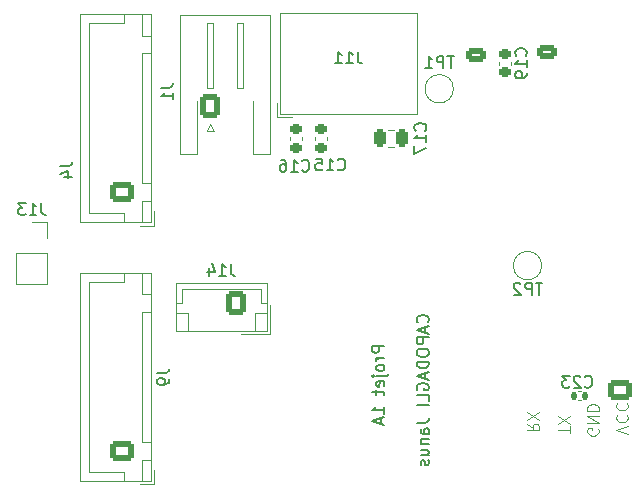
<source format=gbo>
%TF.GenerationSoftware,KiCad,Pcbnew,9.0.0*%
%TF.CreationDate,2025-04-03T16:38:41+02:00*%
%TF.ProjectId,PCB_projetV2,5043425f-7072-46f6-9a65-7456322e6b69,03/04/2025*%
%TF.SameCoordinates,Original*%
%TF.FileFunction,Legend,Bot*%
%TF.FilePolarity,Positive*%
%FSLAX46Y46*%
G04 Gerber Fmt 4.6, Leading zero omitted, Abs format (unit mm)*
G04 Created by KiCad (PCBNEW 9.0.0) date 2025-04-03 16:38:41*
%MOMM*%
%LPD*%
G01*
G04 APERTURE LIST*
G04 Aperture macros list*
%AMRoundRect*
0 Rectangle with rounded corners*
0 $1 Rounding radius*
0 $2 $3 $4 $5 $6 $7 $8 $9 X,Y pos of 4 corners*
0 Add a 4 corners polygon primitive as box body*
4,1,4,$2,$3,$4,$5,$6,$7,$8,$9,$2,$3,0*
0 Add four circle primitives for the rounded corners*
1,1,$1+$1,$2,$3*
1,1,$1+$1,$4,$5*
1,1,$1+$1,$6,$7*
1,1,$1+$1,$8,$9*
0 Add four rect primitives between the rounded corners*
20,1,$1+$1,$2,$3,$4,$5,0*
20,1,$1+$1,$4,$5,$6,$7,0*
20,1,$1+$1,$6,$7,$8,$9,0*
20,1,$1+$1,$8,$9,$2,$3,0*%
G04 Aperture macros list end*
%ADD10C,0.100000*%
%ADD11C,0.200000*%
%ADD12C,0.125000*%
%ADD13C,0.150000*%
%ADD14C,0.120000*%
%ADD15R,1.700000X1.700000*%
%ADD16O,1.700000X1.700000*%
%ADD17C,5.400000*%
%ADD18RoundRect,0.250000X0.725000X-0.600000X0.725000X0.600000X-0.725000X0.600000X-0.725000X-0.600000X0*%
%ADD19O,1.950000X1.700000*%
%ADD20RoundRect,0.250000X-0.625000X0.350000X-0.625000X-0.350000X0.625000X-0.350000X0.625000X0.350000X0*%
%ADD21O,1.750000X1.200000*%
%ADD22RoundRect,0.250000X0.350000X0.625000X-0.350000X0.625000X-0.350000X-0.625000X0.350000X-0.625000X0*%
%ADD23O,1.200000X1.750000*%
%ADD24RoundRect,0.225000X-0.250000X0.225000X-0.250000X-0.225000X0.250000X-0.225000X0.250000X0.225000X0*%
%ADD25RoundRect,0.140000X0.140000X0.170000X-0.140000X0.170000X-0.140000X-0.170000X0.140000X-0.170000X0*%
%ADD26RoundRect,0.250000X-0.250000X-0.475000X0.250000X-0.475000X0.250000X0.475000X-0.250000X0.475000X0*%
%ADD27RoundRect,0.250000X0.600000X0.750000X-0.600000X0.750000X-0.600000X-0.750000X0.600000X-0.750000X0*%
%ADD28O,1.700000X2.000000*%
%ADD29C,2.000000*%
%ADD30RoundRect,0.250000X-0.600000X-0.750000X0.600000X-0.750000X0.600000X0.750000X-0.600000X0.750000X0*%
%ADD31RoundRect,0.225000X0.250000X-0.225000X0.250000X0.225000X-0.250000X0.225000X-0.250000X-0.225000X0*%
%ADD32R,1.700000X2.500000*%
%ADD33O,1.700000X2.500000*%
G04 APERTURE END LIST*
D10*
X175767580Y-110288972D02*
X174767580Y-109955639D01*
X174767580Y-109955639D02*
X175767580Y-109622306D01*
X174862819Y-108717544D02*
X174815200Y-108765163D01*
X174815200Y-108765163D02*
X174767580Y-108908020D01*
X174767580Y-108908020D02*
X174767580Y-109003258D01*
X174767580Y-109003258D02*
X174815200Y-109146115D01*
X174815200Y-109146115D02*
X174910438Y-109241353D01*
X174910438Y-109241353D02*
X175005676Y-109288972D01*
X175005676Y-109288972D02*
X175196152Y-109336591D01*
X175196152Y-109336591D02*
X175339009Y-109336591D01*
X175339009Y-109336591D02*
X175529485Y-109288972D01*
X175529485Y-109288972D02*
X175624723Y-109241353D01*
X175624723Y-109241353D02*
X175719961Y-109146115D01*
X175719961Y-109146115D02*
X175767580Y-109003258D01*
X175767580Y-109003258D02*
X175767580Y-108908020D01*
X175767580Y-108908020D02*
X175719961Y-108765163D01*
X175719961Y-108765163D02*
X175672342Y-108717544D01*
X174862819Y-107717544D02*
X174815200Y-107765163D01*
X174815200Y-107765163D02*
X174767580Y-107908020D01*
X174767580Y-107908020D02*
X174767580Y-108003258D01*
X174767580Y-108003258D02*
X174815200Y-108146115D01*
X174815200Y-108146115D02*
X174910438Y-108241353D01*
X174910438Y-108241353D02*
X175005676Y-108288972D01*
X175005676Y-108288972D02*
X175196152Y-108336591D01*
X175196152Y-108336591D02*
X175339009Y-108336591D01*
X175339009Y-108336591D02*
X175529485Y-108288972D01*
X175529485Y-108288972D02*
X175624723Y-108241353D01*
X175624723Y-108241353D02*
X175719961Y-108146115D01*
X175719961Y-108146115D02*
X175767580Y-108003258D01*
X175767580Y-108003258D02*
X175767580Y-107908020D01*
X175767580Y-107908020D02*
X175719961Y-107765163D01*
X175719961Y-107765163D02*
X175672342Y-107717544D01*
D11*
X155147219Y-102889673D02*
X154147219Y-102889673D01*
X154147219Y-102889673D02*
X154147219Y-103270625D01*
X154147219Y-103270625D02*
X154194838Y-103365863D01*
X154194838Y-103365863D02*
X154242457Y-103413482D01*
X154242457Y-103413482D02*
X154337695Y-103461101D01*
X154337695Y-103461101D02*
X154480552Y-103461101D01*
X154480552Y-103461101D02*
X154575790Y-103413482D01*
X154575790Y-103413482D02*
X154623409Y-103365863D01*
X154623409Y-103365863D02*
X154671028Y-103270625D01*
X154671028Y-103270625D02*
X154671028Y-102889673D01*
X155147219Y-103889673D02*
X154480552Y-103889673D01*
X154671028Y-103889673D02*
X154575790Y-103937292D01*
X154575790Y-103937292D02*
X154528171Y-103984911D01*
X154528171Y-103984911D02*
X154480552Y-104080149D01*
X154480552Y-104080149D02*
X154480552Y-104175387D01*
X155147219Y-104651578D02*
X155099600Y-104556340D01*
X155099600Y-104556340D02*
X155051980Y-104508721D01*
X155051980Y-104508721D02*
X154956742Y-104461102D01*
X154956742Y-104461102D02*
X154671028Y-104461102D01*
X154671028Y-104461102D02*
X154575790Y-104508721D01*
X154575790Y-104508721D02*
X154528171Y-104556340D01*
X154528171Y-104556340D02*
X154480552Y-104651578D01*
X154480552Y-104651578D02*
X154480552Y-104794435D01*
X154480552Y-104794435D02*
X154528171Y-104889673D01*
X154528171Y-104889673D02*
X154575790Y-104937292D01*
X154575790Y-104937292D02*
X154671028Y-104984911D01*
X154671028Y-104984911D02*
X154956742Y-104984911D01*
X154956742Y-104984911D02*
X155051980Y-104937292D01*
X155051980Y-104937292D02*
X155099600Y-104889673D01*
X155099600Y-104889673D02*
X155147219Y-104794435D01*
X155147219Y-104794435D02*
X155147219Y-104651578D01*
X154480552Y-105413483D02*
X155337695Y-105413483D01*
X155337695Y-105413483D02*
X155432933Y-105365864D01*
X155432933Y-105365864D02*
X155480552Y-105270626D01*
X155480552Y-105270626D02*
X155480552Y-105223007D01*
X154147219Y-105413483D02*
X154194838Y-105365864D01*
X154194838Y-105365864D02*
X154242457Y-105413483D01*
X154242457Y-105413483D02*
X154194838Y-105461102D01*
X154194838Y-105461102D02*
X154147219Y-105413483D01*
X154147219Y-105413483D02*
X154242457Y-105413483D01*
X155099600Y-106270625D02*
X155147219Y-106175387D01*
X155147219Y-106175387D02*
X155147219Y-105984911D01*
X155147219Y-105984911D02*
X155099600Y-105889673D01*
X155099600Y-105889673D02*
X155004361Y-105842054D01*
X155004361Y-105842054D02*
X154623409Y-105842054D01*
X154623409Y-105842054D02*
X154528171Y-105889673D01*
X154528171Y-105889673D02*
X154480552Y-105984911D01*
X154480552Y-105984911D02*
X154480552Y-106175387D01*
X154480552Y-106175387D02*
X154528171Y-106270625D01*
X154528171Y-106270625D02*
X154623409Y-106318244D01*
X154623409Y-106318244D02*
X154718647Y-106318244D01*
X154718647Y-106318244D02*
X154813885Y-105842054D01*
X154480552Y-106603959D02*
X154480552Y-106984911D01*
X154147219Y-106746816D02*
X155004361Y-106746816D01*
X155004361Y-106746816D02*
X155099600Y-106794435D01*
X155099600Y-106794435D02*
X155147219Y-106889673D01*
X155147219Y-106889673D02*
X155147219Y-106984911D01*
X155147219Y-108603959D02*
X155147219Y-108032531D01*
X155147219Y-108318245D02*
X154147219Y-108318245D01*
X154147219Y-108318245D02*
X154290076Y-108223007D01*
X154290076Y-108223007D02*
X154385314Y-108127769D01*
X154385314Y-108127769D02*
X154432933Y-108032531D01*
X154861504Y-108984912D02*
X154861504Y-109461102D01*
X155147219Y-108889674D02*
X154147219Y-109223007D01*
X154147219Y-109223007D02*
X155147219Y-109556340D01*
X158811980Y-100871101D02*
X158859600Y-100823482D01*
X158859600Y-100823482D02*
X158907219Y-100680625D01*
X158907219Y-100680625D02*
X158907219Y-100585387D01*
X158907219Y-100585387D02*
X158859600Y-100442530D01*
X158859600Y-100442530D02*
X158764361Y-100347292D01*
X158764361Y-100347292D02*
X158669123Y-100299673D01*
X158669123Y-100299673D02*
X158478647Y-100252054D01*
X158478647Y-100252054D02*
X158335790Y-100252054D01*
X158335790Y-100252054D02*
X158145314Y-100299673D01*
X158145314Y-100299673D02*
X158050076Y-100347292D01*
X158050076Y-100347292D02*
X157954838Y-100442530D01*
X157954838Y-100442530D02*
X157907219Y-100585387D01*
X157907219Y-100585387D02*
X157907219Y-100680625D01*
X157907219Y-100680625D02*
X157954838Y-100823482D01*
X157954838Y-100823482D02*
X158002457Y-100871101D01*
X158621504Y-101252054D02*
X158621504Y-101728244D01*
X158907219Y-101156816D02*
X157907219Y-101490149D01*
X157907219Y-101490149D02*
X158907219Y-101823482D01*
X158907219Y-102156816D02*
X157907219Y-102156816D01*
X157907219Y-102156816D02*
X157907219Y-102537768D01*
X157907219Y-102537768D02*
X157954838Y-102633006D01*
X157954838Y-102633006D02*
X158002457Y-102680625D01*
X158002457Y-102680625D02*
X158097695Y-102728244D01*
X158097695Y-102728244D02*
X158240552Y-102728244D01*
X158240552Y-102728244D02*
X158335790Y-102680625D01*
X158335790Y-102680625D02*
X158383409Y-102633006D01*
X158383409Y-102633006D02*
X158431028Y-102537768D01*
X158431028Y-102537768D02*
X158431028Y-102156816D01*
X157907219Y-103347292D02*
X157907219Y-103537768D01*
X157907219Y-103537768D02*
X157954838Y-103633006D01*
X157954838Y-103633006D02*
X158050076Y-103728244D01*
X158050076Y-103728244D02*
X158240552Y-103775863D01*
X158240552Y-103775863D02*
X158573885Y-103775863D01*
X158573885Y-103775863D02*
X158764361Y-103728244D01*
X158764361Y-103728244D02*
X158859600Y-103633006D01*
X158859600Y-103633006D02*
X158907219Y-103537768D01*
X158907219Y-103537768D02*
X158907219Y-103347292D01*
X158907219Y-103347292D02*
X158859600Y-103252054D01*
X158859600Y-103252054D02*
X158764361Y-103156816D01*
X158764361Y-103156816D02*
X158573885Y-103109197D01*
X158573885Y-103109197D02*
X158240552Y-103109197D01*
X158240552Y-103109197D02*
X158050076Y-103156816D01*
X158050076Y-103156816D02*
X157954838Y-103252054D01*
X157954838Y-103252054D02*
X157907219Y-103347292D01*
X158907219Y-104204435D02*
X157907219Y-104204435D01*
X157907219Y-104204435D02*
X157907219Y-104442530D01*
X157907219Y-104442530D02*
X157954838Y-104585387D01*
X157954838Y-104585387D02*
X158050076Y-104680625D01*
X158050076Y-104680625D02*
X158145314Y-104728244D01*
X158145314Y-104728244D02*
X158335790Y-104775863D01*
X158335790Y-104775863D02*
X158478647Y-104775863D01*
X158478647Y-104775863D02*
X158669123Y-104728244D01*
X158669123Y-104728244D02*
X158764361Y-104680625D01*
X158764361Y-104680625D02*
X158859600Y-104585387D01*
X158859600Y-104585387D02*
X158907219Y-104442530D01*
X158907219Y-104442530D02*
X158907219Y-104204435D01*
X158621504Y-105156816D02*
X158621504Y-105633006D01*
X158907219Y-105061578D02*
X157907219Y-105394911D01*
X157907219Y-105394911D02*
X158907219Y-105728244D01*
X157954838Y-106585387D02*
X157907219Y-106490149D01*
X157907219Y-106490149D02*
X157907219Y-106347292D01*
X157907219Y-106347292D02*
X157954838Y-106204435D01*
X157954838Y-106204435D02*
X158050076Y-106109197D01*
X158050076Y-106109197D02*
X158145314Y-106061578D01*
X158145314Y-106061578D02*
X158335790Y-106013959D01*
X158335790Y-106013959D02*
X158478647Y-106013959D01*
X158478647Y-106013959D02*
X158669123Y-106061578D01*
X158669123Y-106061578D02*
X158764361Y-106109197D01*
X158764361Y-106109197D02*
X158859600Y-106204435D01*
X158859600Y-106204435D02*
X158907219Y-106347292D01*
X158907219Y-106347292D02*
X158907219Y-106442530D01*
X158907219Y-106442530D02*
X158859600Y-106585387D01*
X158859600Y-106585387D02*
X158811980Y-106633006D01*
X158811980Y-106633006D02*
X158478647Y-106633006D01*
X158478647Y-106633006D02*
X158478647Y-106442530D01*
X158907219Y-107537768D02*
X158907219Y-107061578D01*
X158907219Y-107061578D02*
X157907219Y-107061578D01*
X158907219Y-107871102D02*
X157907219Y-107871102D01*
X157907219Y-109394911D02*
X158621504Y-109394911D01*
X158621504Y-109394911D02*
X158764361Y-109347292D01*
X158764361Y-109347292D02*
X158859600Y-109252054D01*
X158859600Y-109252054D02*
X158907219Y-109109197D01*
X158907219Y-109109197D02*
X158907219Y-109013959D01*
X158907219Y-110299673D02*
X158383409Y-110299673D01*
X158383409Y-110299673D02*
X158288171Y-110252054D01*
X158288171Y-110252054D02*
X158240552Y-110156816D01*
X158240552Y-110156816D02*
X158240552Y-109966340D01*
X158240552Y-109966340D02*
X158288171Y-109871102D01*
X158859600Y-110299673D02*
X158907219Y-110204435D01*
X158907219Y-110204435D02*
X158907219Y-109966340D01*
X158907219Y-109966340D02*
X158859600Y-109871102D01*
X158859600Y-109871102D02*
X158764361Y-109823483D01*
X158764361Y-109823483D02*
X158669123Y-109823483D01*
X158669123Y-109823483D02*
X158573885Y-109871102D01*
X158573885Y-109871102D02*
X158526266Y-109966340D01*
X158526266Y-109966340D02*
X158526266Y-110204435D01*
X158526266Y-110204435D02*
X158478647Y-110299673D01*
X158240552Y-110775864D02*
X158907219Y-110775864D01*
X158335790Y-110775864D02*
X158288171Y-110823483D01*
X158288171Y-110823483D02*
X158240552Y-110918721D01*
X158240552Y-110918721D02*
X158240552Y-111061578D01*
X158240552Y-111061578D02*
X158288171Y-111156816D01*
X158288171Y-111156816D02*
X158383409Y-111204435D01*
X158383409Y-111204435D02*
X158907219Y-111204435D01*
X158240552Y-112109197D02*
X158907219Y-112109197D01*
X158240552Y-111680626D02*
X158764361Y-111680626D01*
X158764361Y-111680626D02*
X158859600Y-111728245D01*
X158859600Y-111728245D02*
X158907219Y-111823483D01*
X158907219Y-111823483D02*
X158907219Y-111966340D01*
X158907219Y-111966340D02*
X158859600Y-112061578D01*
X158859600Y-112061578D02*
X158811980Y-112109197D01*
X158859600Y-112537769D02*
X158907219Y-112633007D01*
X158907219Y-112633007D02*
X158907219Y-112823483D01*
X158907219Y-112823483D02*
X158859600Y-112918721D01*
X158859600Y-112918721D02*
X158764361Y-112966340D01*
X158764361Y-112966340D02*
X158716742Y-112966340D01*
X158716742Y-112966340D02*
X158621504Y-112918721D01*
X158621504Y-112918721D02*
X158573885Y-112823483D01*
X158573885Y-112823483D02*
X158573885Y-112680626D01*
X158573885Y-112680626D02*
X158526266Y-112585388D01*
X158526266Y-112585388D02*
X158431028Y-112537769D01*
X158431028Y-112537769D02*
X158383409Y-112537769D01*
X158383409Y-112537769D02*
X158288171Y-112585388D01*
X158288171Y-112585388D02*
X158240552Y-112680626D01*
X158240552Y-112680626D02*
X158240552Y-112823483D01*
X158240552Y-112823483D02*
X158288171Y-112918721D01*
D10*
X167247580Y-109454687D02*
X167723771Y-109788020D01*
X167247580Y-110026115D02*
X168247580Y-110026115D01*
X168247580Y-110026115D02*
X168247580Y-109645163D01*
X168247580Y-109645163D02*
X168199961Y-109549925D01*
X168199961Y-109549925D02*
X168152342Y-109502306D01*
X168152342Y-109502306D02*
X168057104Y-109454687D01*
X168057104Y-109454687D02*
X167914247Y-109454687D01*
X167914247Y-109454687D02*
X167819009Y-109502306D01*
X167819009Y-109502306D02*
X167771390Y-109549925D01*
X167771390Y-109549925D02*
X167723771Y-109645163D01*
X167723771Y-109645163D02*
X167723771Y-110026115D01*
X168247580Y-109121353D02*
X167247580Y-108454687D01*
X168247580Y-108454687D02*
X167247580Y-109121353D01*
D12*
X173281261Y-109885859D02*
X173328880Y-109981097D01*
X173328880Y-109981097D02*
X173328880Y-110123954D01*
X173328880Y-110123954D02*
X173281261Y-110266811D01*
X173281261Y-110266811D02*
X173186023Y-110362049D01*
X173186023Y-110362049D02*
X173090785Y-110409668D01*
X173090785Y-110409668D02*
X172900309Y-110457287D01*
X172900309Y-110457287D02*
X172757452Y-110457287D01*
X172757452Y-110457287D02*
X172566976Y-110409668D01*
X172566976Y-110409668D02*
X172471738Y-110362049D01*
X172471738Y-110362049D02*
X172376500Y-110266811D01*
X172376500Y-110266811D02*
X172328880Y-110123954D01*
X172328880Y-110123954D02*
X172328880Y-110028716D01*
X172328880Y-110028716D02*
X172376500Y-109885859D01*
X172376500Y-109885859D02*
X172424119Y-109838240D01*
X172424119Y-109838240D02*
X172757452Y-109838240D01*
X172757452Y-109838240D02*
X172757452Y-110028716D01*
X172328880Y-109409668D02*
X173328880Y-109409668D01*
X173328880Y-109409668D02*
X172328880Y-108838240D01*
X172328880Y-108838240D02*
X173328880Y-108838240D01*
X172328880Y-108362049D02*
X173328880Y-108362049D01*
X173328880Y-108362049D02*
X173328880Y-108123954D01*
X173328880Y-108123954D02*
X173281261Y-107981097D01*
X173281261Y-107981097D02*
X173186023Y-107885859D01*
X173186023Y-107885859D02*
X173090785Y-107838240D01*
X173090785Y-107838240D02*
X172900309Y-107790621D01*
X172900309Y-107790621D02*
X172757452Y-107790621D01*
X172757452Y-107790621D02*
X172566976Y-107838240D01*
X172566976Y-107838240D02*
X172471738Y-107885859D01*
X172471738Y-107885859D02*
X172376500Y-107981097D01*
X172376500Y-107981097D02*
X172328880Y-108123954D01*
X172328880Y-108123954D02*
X172328880Y-108362049D01*
D10*
X170857580Y-110248972D02*
X170857580Y-109677544D01*
X169857580Y-109963258D02*
X170857580Y-109963258D01*
X170857580Y-109439448D02*
X169857580Y-108772782D01*
X170857580Y-108772782D02*
X169857580Y-109439448D01*
D13*
X151217857Y-87909580D02*
X151265476Y-87957200D01*
X151265476Y-87957200D02*
X151408333Y-88004819D01*
X151408333Y-88004819D02*
X151503571Y-88004819D01*
X151503571Y-88004819D02*
X151646428Y-87957200D01*
X151646428Y-87957200D02*
X151741666Y-87861961D01*
X151741666Y-87861961D02*
X151789285Y-87766723D01*
X151789285Y-87766723D02*
X151836904Y-87576247D01*
X151836904Y-87576247D02*
X151836904Y-87433390D01*
X151836904Y-87433390D02*
X151789285Y-87242914D01*
X151789285Y-87242914D02*
X151741666Y-87147676D01*
X151741666Y-87147676D02*
X151646428Y-87052438D01*
X151646428Y-87052438D02*
X151503571Y-87004819D01*
X151503571Y-87004819D02*
X151408333Y-87004819D01*
X151408333Y-87004819D02*
X151265476Y-87052438D01*
X151265476Y-87052438D02*
X151217857Y-87100057D01*
X150265476Y-88004819D02*
X150836904Y-88004819D01*
X150551190Y-88004819D02*
X150551190Y-87004819D01*
X150551190Y-87004819D02*
X150646428Y-87147676D01*
X150646428Y-87147676D02*
X150741666Y-87242914D01*
X150741666Y-87242914D02*
X150836904Y-87290533D01*
X149360714Y-87004819D02*
X149836904Y-87004819D01*
X149836904Y-87004819D02*
X149884523Y-87481009D01*
X149884523Y-87481009D02*
X149836904Y-87433390D01*
X149836904Y-87433390D02*
X149741666Y-87385771D01*
X149741666Y-87385771D02*
X149503571Y-87385771D01*
X149503571Y-87385771D02*
X149408333Y-87433390D01*
X149408333Y-87433390D02*
X149360714Y-87481009D01*
X149360714Y-87481009D02*
X149313095Y-87576247D01*
X149313095Y-87576247D02*
X149313095Y-87814342D01*
X149313095Y-87814342D02*
X149360714Y-87909580D01*
X149360714Y-87909580D02*
X149408333Y-87957200D01*
X149408333Y-87957200D02*
X149503571Y-88004819D01*
X149503571Y-88004819D02*
X149741666Y-88004819D01*
X149741666Y-88004819D02*
X149836904Y-87957200D01*
X149836904Y-87957200D02*
X149884523Y-87909580D01*
X172122857Y-106299580D02*
X172170476Y-106347200D01*
X172170476Y-106347200D02*
X172313333Y-106394819D01*
X172313333Y-106394819D02*
X172408571Y-106394819D01*
X172408571Y-106394819D02*
X172551428Y-106347200D01*
X172551428Y-106347200D02*
X172646666Y-106251961D01*
X172646666Y-106251961D02*
X172694285Y-106156723D01*
X172694285Y-106156723D02*
X172741904Y-105966247D01*
X172741904Y-105966247D02*
X172741904Y-105823390D01*
X172741904Y-105823390D02*
X172694285Y-105632914D01*
X172694285Y-105632914D02*
X172646666Y-105537676D01*
X172646666Y-105537676D02*
X172551428Y-105442438D01*
X172551428Y-105442438D02*
X172408571Y-105394819D01*
X172408571Y-105394819D02*
X172313333Y-105394819D01*
X172313333Y-105394819D02*
X172170476Y-105442438D01*
X172170476Y-105442438D02*
X172122857Y-105490057D01*
X171741904Y-105490057D02*
X171694285Y-105442438D01*
X171694285Y-105442438D02*
X171599047Y-105394819D01*
X171599047Y-105394819D02*
X171360952Y-105394819D01*
X171360952Y-105394819D02*
X171265714Y-105442438D01*
X171265714Y-105442438D02*
X171218095Y-105490057D01*
X171218095Y-105490057D02*
X171170476Y-105585295D01*
X171170476Y-105585295D02*
X171170476Y-105680533D01*
X171170476Y-105680533D02*
X171218095Y-105823390D01*
X171218095Y-105823390D02*
X171789523Y-106394819D01*
X171789523Y-106394819D02*
X171170476Y-106394819D01*
X170837142Y-105394819D02*
X170218095Y-105394819D01*
X170218095Y-105394819D02*
X170551428Y-105775771D01*
X170551428Y-105775771D02*
X170408571Y-105775771D01*
X170408571Y-105775771D02*
X170313333Y-105823390D01*
X170313333Y-105823390D02*
X170265714Y-105871009D01*
X170265714Y-105871009D02*
X170218095Y-105966247D01*
X170218095Y-105966247D02*
X170218095Y-106204342D01*
X170218095Y-106204342D02*
X170265714Y-106299580D01*
X170265714Y-106299580D02*
X170313333Y-106347200D01*
X170313333Y-106347200D02*
X170408571Y-106394819D01*
X170408571Y-106394819D02*
X170694285Y-106394819D01*
X170694285Y-106394819D02*
X170789523Y-106347200D01*
X170789523Y-106347200D02*
X170837142Y-106299580D01*
X148192857Y-88009580D02*
X148240476Y-88057200D01*
X148240476Y-88057200D02*
X148383333Y-88104819D01*
X148383333Y-88104819D02*
X148478571Y-88104819D01*
X148478571Y-88104819D02*
X148621428Y-88057200D01*
X148621428Y-88057200D02*
X148716666Y-87961961D01*
X148716666Y-87961961D02*
X148764285Y-87866723D01*
X148764285Y-87866723D02*
X148811904Y-87676247D01*
X148811904Y-87676247D02*
X148811904Y-87533390D01*
X148811904Y-87533390D02*
X148764285Y-87342914D01*
X148764285Y-87342914D02*
X148716666Y-87247676D01*
X148716666Y-87247676D02*
X148621428Y-87152438D01*
X148621428Y-87152438D02*
X148478571Y-87104819D01*
X148478571Y-87104819D02*
X148383333Y-87104819D01*
X148383333Y-87104819D02*
X148240476Y-87152438D01*
X148240476Y-87152438D02*
X148192857Y-87200057D01*
X147240476Y-88104819D02*
X147811904Y-88104819D01*
X147526190Y-88104819D02*
X147526190Y-87104819D01*
X147526190Y-87104819D02*
X147621428Y-87247676D01*
X147621428Y-87247676D02*
X147716666Y-87342914D01*
X147716666Y-87342914D02*
X147811904Y-87390533D01*
X146383333Y-87104819D02*
X146573809Y-87104819D01*
X146573809Y-87104819D02*
X146669047Y-87152438D01*
X146669047Y-87152438D02*
X146716666Y-87200057D01*
X146716666Y-87200057D02*
X146811904Y-87342914D01*
X146811904Y-87342914D02*
X146859523Y-87533390D01*
X146859523Y-87533390D02*
X146859523Y-87914342D01*
X146859523Y-87914342D02*
X146811904Y-88009580D01*
X146811904Y-88009580D02*
X146764285Y-88057200D01*
X146764285Y-88057200D02*
X146669047Y-88104819D01*
X146669047Y-88104819D02*
X146478571Y-88104819D01*
X146478571Y-88104819D02*
X146383333Y-88057200D01*
X146383333Y-88057200D02*
X146335714Y-88009580D01*
X146335714Y-88009580D02*
X146288095Y-87914342D01*
X146288095Y-87914342D02*
X146288095Y-87676247D01*
X146288095Y-87676247D02*
X146335714Y-87581009D01*
X146335714Y-87581009D02*
X146383333Y-87533390D01*
X146383333Y-87533390D02*
X146478571Y-87485771D01*
X146478571Y-87485771D02*
X146669047Y-87485771D01*
X146669047Y-87485771D02*
X146764285Y-87533390D01*
X146764285Y-87533390D02*
X146811904Y-87581009D01*
X146811904Y-87581009D02*
X146859523Y-87676247D01*
X127729819Y-87641666D02*
X128444104Y-87641666D01*
X128444104Y-87641666D02*
X128586961Y-87594047D01*
X128586961Y-87594047D02*
X128682200Y-87498809D01*
X128682200Y-87498809D02*
X128729819Y-87355952D01*
X128729819Y-87355952D02*
X128729819Y-87260714D01*
X128063152Y-88546428D02*
X128729819Y-88546428D01*
X127682200Y-88308333D02*
X128396485Y-88070238D01*
X128396485Y-88070238D02*
X128396485Y-88689285D01*
X158609580Y-84632142D02*
X158657200Y-84584523D01*
X158657200Y-84584523D02*
X158704819Y-84441666D01*
X158704819Y-84441666D02*
X158704819Y-84346428D01*
X158704819Y-84346428D02*
X158657200Y-84203571D01*
X158657200Y-84203571D02*
X158561961Y-84108333D01*
X158561961Y-84108333D02*
X158466723Y-84060714D01*
X158466723Y-84060714D02*
X158276247Y-84013095D01*
X158276247Y-84013095D02*
X158133390Y-84013095D01*
X158133390Y-84013095D02*
X157942914Y-84060714D01*
X157942914Y-84060714D02*
X157847676Y-84108333D01*
X157847676Y-84108333D02*
X157752438Y-84203571D01*
X157752438Y-84203571D02*
X157704819Y-84346428D01*
X157704819Y-84346428D02*
X157704819Y-84441666D01*
X157704819Y-84441666D02*
X157752438Y-84584523D01*
X157752438Y-84584523D02*
X157800057Y-84632142D01*
X158704819Y-85584523D02*
X158704819Y-85013095D01*
X158704819Y-85298809D02*
X157704819Y-85298809D01*
X157704819Y-85298809D02*
X157847676Y-85203571D01*
X157847676Y-85203571D02*
X157942914Y-85108333D01*
X157942914Y-85108333D02*
X157990533Y-85013095D01*
X157704819Y-85917857D02*
X157704819Y-86584523D01*
X157704819Y-86584523D02*
X158704819Y-86155952D01*
X126109523Y-90779819D02*
X126109523Y-91494104D01*
X126109523Y-91494104D02*
X126157142Y-91636961D01*
X126157142Y-91636961D02*
X126252380Y-91732200D01*
X126252380Y-91732200D02*
X126395237Y-91779819D01*
X126395237Y-91779819D02*
X126490475Y-91779819D01*
X125109523Y-91779819D02*
X125680951Y-91779819D01*
X125395237Y-91779819D02*
X125395237Y-90779819D01*
X125395237Y-90779819D02*
X125490475Y-90922676D01*
X125490475Y-90922676D02*
X125585713Y-91017914D01*
X125585713Y-91017914D02*
X125680951Y-91065533D01*
X124776189Y-90779819D02*
X124157142Y-90779819D01*
X124157142Y-90779819D02*
X124490475Y-91160771D01*
X124490475Y-91160771D02*
X124347618Y-91160771D01*
X124347618Y-91160771D02*
X124252380Y-91208390D01*
X124252380Y-91208390D02*
X124204761Y-91256009D01*
X124204761Y-91256009D02*
X124157142Y-91351247D01*
X124157142Y-91351247D02*
X124157142Y-91589342D01*
X124157142Y-91589342D02*
X124204761Y-91684580D01*
X124204761Y-91684580D02*
X124252380Y-91732200D01*
X124252380Y-91732200D02*
X124347618Y-91779819D01*
X124347618Y-91779819D02*
X124633332Y-91779819D01*
X124633332Y-91779819D02*
X124728570Y-91732200D01*
X124728570Y-91732200D02*
X124776189Y-91684580D01*
X142159523Y-95929819D02*
X142159523Y-96644104D01*
X142159523Y-96644104D02*
X142207142Y-96786961D01*
X142207142Y-96786961D02*
X142302380Y-96882200D01*
X142302380Y-96882200D02*
X142445237Y-96929819D01*
X142445237Y-96929819D02*
X142540475Y-96929819D01*
X141159523Y-96929819D02*
X141730951Y-96929819D01*
X141445237Y-96929819D02*
X141445237Y-95929819D01*
X141445237Y-95929819D02*
X141540475Y-96072676D01*
X141540475Y-96072676D02*
X141635713Y-96167914D01*
X141635713Y-96167914D02*
X141730951Y-96215533D01*
X140302380Y-96263152D02*
X140302380Y-96929819D01*
X140540475Y-95882200D02*
X140778570Y-96596485D01*
X140778570Y-96596485D02*
X140159523Y-96596485D01*
X168536904Y-97527819D02*
X167965476Y-97527819D01*
X168251190Y-98527819D02*
X168251190Y-97527819D01*
X167632142Y-98527819D02*
X167632142Y-97527819D01*
X167632142Y-97527819D02*
X167251190Y-97527819D01*
X167251190Y-97527819D02*
X167155952Y-97575438D01*
X167155952Y-97575438D02*
X167108333Y-97623057D01*
X167108333Y-97623057D02*
X167060714Y-97718295D01*
X167060714Y-97718295D02*
X167060714Y-97861152D01*
X167060714Y-97861152D02*
X167108333Y-97956390D01*
X167108333Y-97956390D02*
X167155952Y-98004009D01*
X167155952Y-98004009D02*
X167251190Y-98051628D01*
X167251190Y-98051628D02*
X167632142Y-98051628D01*
X166679761Y-97623057D02*
X166632142Y-97575438D01*
X166632142Y-97575438D02*
X166536904Y-97527819D01*
X166536904Y-97527819D02*
X166298809Y-97527819D01*
X166298809Y-97527819D02*
X166203571Y-97575438D01*
X166203571Y-97575438D02*
X166155952Y-97623057D01*
X166155952Y-97623057D02*
X166108333Y-97718295D01*
X166108333Y-97718295D02*
X166108333Y-97813533D01*
X166108333Y-97813533D02*
X166155952Y-97956390D01*
X166155952Y-97956390D02*
X166727380Y-98527819D01*
X166727380Y-98527819D02*
X166108333Y-98527819D01*
X135929819Y-105166666D02*
X136644104Y-105166666D01*
X136644104Y-105166666D02*
X136786961Y-105119047D01*
X136786961Y-105119047D02*
X136882200Y-105023809D01*
X136882200Y-105023809D02*
X136929819Y-104880952D01*
X136929819Y-104880952D02*
X136929819Y-104785714D01*
X136929819Y-105690476D02*
X136929819Y-105880952D01*
X136929819Y-105880952D02*
X136882200Y-105976190D01*
X136882200Y-105976190D02*
X136834580Y-106023809D01*
X136834580Y-106023809D02*
X136691723Y-106119047D01*
X136691723Y-106119047D02*
X136501247Y-106166666D01*
X136501247Y-106166666D02*
X136120295Y-106166666D01*
X136120295Y-106166666D02*
X136025057Y-106119047D01*
X136025057Y-106119047D02*
X135977438Y-106071428D01*
X135977438Y-106071428D02*
X135929819Y-105976190D01*
X135929819Y-105976190D02*
X135929819Y-105785714D01*
X135929819Y-105785714D02*
X135977438Y-105690476D01*
X135977438Y-105690476D02*
X136025057Y-105642857D01*
X136025057Y-105642857D02*
X136120295Y-105595238D01*
X136120295Y-105595238D02*
X136358390Y-105595238D01*
X136358390Y-105595238D02*
X136453628Y-105642857D01*
X136453628Y-105642857D02*
X136501247Y-105690476D01*
X136501247Y-105690476D02*
X136548866Y-105785714D01*
X136548866Y-105785714D02*
X136548866Y-105976190D01*
X136548866Y-105976190D02*
X136501247Y-106071428D01*
X136501247Y-106071428D02*
X136453628Y-106119047D01*
X136453628Y-106119047D02*
X136358390Y-106166666D01*
X161061904Y-78329819D02*
X160490476Y-78329819D01*
X160776190Y-79329819D02*
X160776190Y-78329819D01*
X160157142Y-79329819D02*
X160157142Y-78329819D01*
X160157142Y-78329819D02*
X159776190Y-78329819D01*
X159776190Y-78329819D02*
X159680952Y-78377438D01*
X159680952Y-78377438D02*
X159633333Y-78425057D01*
X159633333Y-78425057D02*
X159585714Y-78520295D01*
X159585714Y-78520295D02*
X159585714Y-78663152D01*
X159585714Y-78663152D02*
X159633333Y-78758390D01*
X159633333Y-78758390D02*
X159680952Y-78806009D01*
X159680952Y-78806009D02*
X159776190Y-78853628D01*
X159776190Y-78853628D02*
X160157142Y-78853628D01*
X158633333Y-79329819D02*
X159204761Y-79329819D01*
X158919047Y-79329819D02*
X158919047Y-78329819D01*
X158919047Y-78329819D02*
X159014285Y-78472676D01*
X159014285Y-78472676D02*
X159109523Y-78567914D01*
X159109523Y-78567914D02*
X159204761Y-78615533D01*
X136229819Y-80991666D02*
X136944104Y-80991666D01*
X136944104Y-80991666D02*
X137086961Y-80944047D01*
X137086961Y-80944047D02*
X137182200Y-80848809D01*
X137182200Y-80848809D02*
X137229819Y-80705952D01*
X137229819Y-80705952D02*
X137229819Y-80610714D01*
X137229819Y-81991666D02*
X137229819Y-81420238D01*
X137229819Y-81705952D02*
X136229819Y-81705952D01*
X136229819Y-81705952D02*
X136372676Y-81610714D01*
X136372676Y-81610714D02*
X136467914Y-81515476D01*
X136467914Y-81515476D02*
X136515533Y-81420238D01*
X167129580Y-78297142D02*
X167177200Y-78249523D01*
X167177200Y-78249523D02*
X167224819Y-78106666D01*
X167224819Y-78106666D02*
X167224819Y-78011428D01*
X167224819Y-78011428D02*
X167177200Y-77868571D01*
X167177200Y-77868571D02*
X167081961Y-77773333D01*
X167081961Y-77773333D02*
X166986723Y-77725714D01*
X166986723Y-77725714D02*
X166796247Y-77678095D01*
X166796247Y-77678095D02*
X166653390Y-77678095D01*
X166653390Y-77678095D02*
X166462914Y-77725714D01*
X166462914Y-77725714D02*
X166367676Y-77773333D01*
X166367676Y-77773333D02*
X166272438Y-77868571D01*
X166272438Y-77868571D02*
X166224819Y-78011428D01*
X166224819Y-78011428D02*
X166224819Y-78106666D01*
X166224819Y-78106666D02*
X166272438Y-78249523D01*
X166272438Y-78249523D02*
X166320057Y-78297142D01*
X167224819Y-79249523D02*
X167224819Y-78678095D01*
X167224819Y-78963809D02*
X166224819Y-78963809D01*
X166224819Y-78963809D02*
X166367676Y-78868571D01*
X166367676Y-78868571D02*
X166462914Y-78773333D01*
X166462914Y-78773333D02*
X166510533Y-78678095D01*
X167224819Y-79725714D02*
X167224819Y-79916190D01*
X167224819Y-79916190D02*
X167177200Y-80011428D01*
X167177200Y-80011428D02*
X167129580Y-80059047D01*
X167129580Y-80059047D02*
X166986723Y-80154285D01*
X166986723Y-80154285D02*
X166796247Y-80201904D01*
X166796247Y-80201904D02*
X166415295Y-80201904D01*
X166415295Y-80201904D02*
X166320057Y-80154285D01*
X166320057Y-80154285D02*
X166272438Y-80106666D01*
X166272438Y-80106666D02*
X166224819Y-80011428D01*
X166224819Y-80011428D02*
X166224819Y-79820952D01*
X166224819Y-79820952D02*
X166272438Y-79725714D01*
X166272438Y-79725714D02*
X166320057Y-79678095D01*
X166320057Y-79678095D02*
X166415295Y-79630476D01*
X166415295Y-79630476D02*
X166653390Y-79630476D01*
X166653390Y-79630476D02*
X166748628Y-79678095D01*
X166748628Y-79678095D02*
X166796247Y-79725714D01*
X166796247Y-79725714D02*
X166843866Y-79820952D01*
X166843866Y-79820952D02*
X166843866Y-80011428D01*
X166843866Y-80011428D02*
X166796247Y-80106666D01*
X166796247Y-80106666D02*
X166748628Y-80154285D01*
X166748628Y-80154285D02*
X166653390Y-80201904D01*
X152909523Y-77954819D02*
X152909523Y-78669104D01*
X152909523Y-78669104D02*
X152957142Y-78811961D01*
X152957142Y-78811961D02*
X153052380Y-78907200D01*
X153052380Y-78907200D02*
X153195237Y-78954819D01*
X153195237Y-78954819D02*
X153290475Y-78954819D01*
X151909523Y-78954819D02*
X152480951Y-78954819D01*
X152195237Y-78954819D02*
X152195237Y-77954819D01*
X152195237Y-77954819D02*
X152290475Y-78097676D01*
X152290475Y-78097676D02*
X152385713Y-78192914D01*
X152385713Y-78192914D02*
X152480951Y-78240533D01*
X150957142Y-78954819D02*
X151528570Y-78954819D01*
X151242856Y-78954819D02*
X151242856Y-77954819D01*
X151242856Y-77954819D02*
X151338094Y-78097676D01*
X151338094Y-78097676D02*
X151433332Y-78192914D01*
X151433332Y-78192914D02*
X151528570Y-78240533D01*
D14*
X149290000Y-85159420D02*
X149290000Y-85440580D01*
X150310000Y-85159420D02*
X150310000Y-85440580D01*
X171787836Y-106730000D02*
X171572164Y-106730000D01*
X171787836Y-107450000D02*
X171572164Y-107450000D01*
X147190000Y-85159420D02*
X147190000Y-85440580D01*
X148210000Y-85159420D02*
X148210000Y-85440580D01*
X129415000Y-74790000D02*
X135385000Y-74790000D01*
X129415000Y-92410000D02*
X129415000Y-74790000D01*
X130175000Y-75550000D02*
X130175000Y-83600000D01*
X130175000Y-91650000D02*
X130175000Y-83600000D01*
X133125000Y-74800000D02*
X133125000Y-75550000D01*
X133125000Y-75550000D02*
X130175000Y-75550000D01*
X133125000Y-91650000D02*
X130175000Y-91650000D01*
X133125000Y-92400000D02*
X133125000Y-91650000D01*
X134625000Y-74800000D02*
X135375000Y-74800000D01*
X134625000Y-76600000D02*
X134625000Y-74800000D01*
X134625000Y-78100000D02*
X135375000Y-78100000D01*
X134625000Y-89100000D02*
X134625000Y-78100000D01*
X134625000Y-90600000D02*
X135375000Y-90600000D01*
X134625000Y-92400000D02*
X134625000Y-90600000D01*
X135375000Y-74800000D02*
X135375000Y-76600000D01*
X135375000Y-76600000D02*
X134625000Y-76600000D01*
X135375000Y-78100000D02*
X135375000Y-89100000D01*
X135375000Y-89100000D02*
X134625000Y-89100000D01*
X135375000Y-90600000D02*
X135375000Y-92400000D01*
X135375000Y-92400000D02*
X134625000Y-92400000D01*
X135385000Y-74790000D02*
X135385000Y-92410000D01*
X135385000Y-92410000D02*
X129415000Y-92410000D01*
X135675000Y-91450000D02*
X135675000Y-92700000D01*
X135675000Y-92700000D02*
X134425000Y-92700000D01*
X155438748Y-84565000D02*
X155961252Y-84565000D01*
X155438748Y-86035000D02*
X155961252Y-86035000D01*
X123970000Y-94995000D02*
X123970000Y-97595000D01*
X126630000Y-92395000D02*
X125300000Y-92395000D01*
X126630000Y-93725000D02*
X126630000Y-92395000D01*
X126630000Y-94995000D02*
X123970000Y-94995000D01*
X126630000Y-94995000D02*
X126630000Y-97595000D01*
X126630000Y-97595000D02*
X123970000Y-97595000D01*
X137490000Y-97565000D02*
X145210000Y-97565000D01*
X137490000Y-100085000D02*
X138490000Y-100085000D01*
X137490000Y-101585000D02*
X137490000Y-97565000D01*
X137990000Y-98065000D02*
X137990000Y-99275000D01*
X137990000Y-99275000D02*
X137490000Y-99275000D01*
X138490000Y-100085000D02*
X138490000Y-101585000D01*
X144210000Y-100085000D02*
X144210000Y-101585000D01*
X144710000Y-98065000D02*
X137990000Y-98065000D01*
X144710000Y-99275000D02*
X144710000Y-98065000D01*
X145210000Y-97565000D02*
X145210000Y-101585000D01*
X145210000Y-99275000D02*
X144710000Y-99275000D01*
X145210000Y-100085000D02*
X144210000Y-100085000D01*
X145210000Y-101585000D02*
X137490000Y-101585000D01*
X145510000Y-99385000D02*
X145510000Y-101885000D01*
X145510000Y-101885000D02*
X143010000Y-101885000D01*
X168475000Y-96075000D02*
G75*
G02*
X166075000Y-96075000I-1200000J0D01*
G01*
X166075000Y-96075000D02*
G75*
G02*
X168475000Y-96075000I1200000J0D01*
G01*
X129415000Y-96690000D02*
X135385000Y-96690000D01*
X129415000Y-114310000D02*
X129415000Y-96690000D01*
X130175000Y-97450000D02*
X130175000Y-105500000D01*
X130175000Y-113550000D02*
X130175000Y-105500000D01*
X133125000Y-96700000D02*
X133125000Y-97450000D01*
X133125000Y-97450000D02*
X130175000Y-97450000D01*
X133125000Y-113550000D02*
X130175000Y-113550000D01*
X133125000Y-114300000D02*
X133125000Y-113550000D01*
X134625000Y-96700000D02*
X135375000Y-96700000D01*
X134625000Y-98500000D02*
X134625000Y-96700000D01*
X134625000Y-100000000D02*
X135375000Y-100000000D01*
X134625000Y-111000000D02*
X134625000Y-100000000D01*
X134625000Y-112500000D02*
X135375000Y-112500000D01*
X134625000Y-114300000D02*
X134625000Y-112500000D01*
X135375000Y-96700000D02*
X135375000Y-98500000D01*
X135375000Y-98500000D02*
X134625000Y-98500000D01*
X135375000Y-100000000D02*
X135375000Y-111000000D01*
X135375000Y-111000000D02*
X134625000Y-111000000D01*
X135375000Y-112500000D02*
X135375000Y-114300000D01*
X135375000Y-114300000D02*
X134625000Y-114300000D01*
X135385000Y-96690000D02*
X135385000Y-114310000D01*
X135385000Y-114310000D02*
X129415000Y-114310000D01*
X135675000Y-113350000D02*
X135675000Y-114600000D01*
X135675000Y-114600000D02*
X134425000Y-114600000D01*
X161000000Y-81100000D02*
G75*
G02*
X158600000Y-81100000I-1200000J0D01*
G01*
X158600000Y-81100000D02*
G75*
G02*
X161000000Y-81100000I1200000J0D01*
G01*
X137840000Y-74890000D02*
X137840000Y-86610000D01*
X137840000Y-86610000D02*
X139260000Y-86610000D01*
X139260000Y-86610000D02*
X139260000Y-82110000D01*
X140100000Y-84700000D02*
X140700000Y-84700000D01*
X140150000Y-75500000D02*
X140650000Y-75500000D01*
X140150000Y-81000000D02*
X140150000Y-75500000D01*
X140400000Y-84100000D02*
X140100000Y-84700000D01*
X140650000Y-75500000D02*
X140650000Y-81000000D01*
X140650000Y-81000000D02*
X140150000Y-81000000D01*
X140700000Y-84700000D02*
X140400000Y-84100000D01*
X141650000Y-74890000D02*
X137840000Y-74890000D01*
X141650000Y-74890000D02*
X145460000Y-74890000D01*
X142650000Y-75500000D02*
X143150000Y-75500000D01*
X142650000Y-81000000D02*
X142650000Y-75500000D01*
X143150000Y-75500000D02*
X143150000Y-81000000D01*
X143150000Y-81000000D02*
X142650000Y-81000000D01*
X144040000Y-86610000D02*
X144040000Y-82110000D01*
X145460000Y-74890000D02*
X145460000Y-86610000D01*
X145460000Y-86610000D02*
X144040000Y-86610000D01*
X164830000Y-79080580D02*
X164830000Y-78799420D01*
X165850000Y-79080580D02*
X165850000Y-78799420D01*
X146092500Y-82267500D02*
X146092500Y-83507500D01*
X146092500Y-83507500D02*
X147332500Y-83507500D01*
X146332500Y-74647500D02*
X157952500Y-74647500D01*
X146332500Y-83267500D02*
X146332500Y-74647500D01*
X146332500Y-83267500D02*
X157952500Y-83267500D01*
X157952500Y-83267500D02*
X157952500Y-74647500D01*
%LPC*%
D15*
X148810000Y-109325000D03*
D16*
X151350000Y-109325000D03*
X148810000Y-106785000D03*
X151350000Y-106785000D03*
X148810000Y-104245000D03*
X151350000Y-104245000D03*
D17*
X126000000Y-80000000D03*
D18*
X175125000Y-106600000D03*
D19*
X175125000Y-104100000D03*
X175125000Y-101600000D03*
X175125000Y-99100000D03*
X175125000Y-96600000D03*
X175125000Y-94100000D03*
D20*
X162900000Y-78200000D03*
D21*
X162900000Y-80200000D03*
X162900000Y-82200000D03*
D15*
X175400000Y-111800000D03*
D16*
X172860000Y-111800000D03*
X170320000Y-111800000D03*
X167780000Y-111800000D03*
D22*
X179450000Y-88125000D03*
D23*
X177450000Y-88125000D03*
X175450000Y-88125000D03*
D17*
X126000000Y-110000000D03*
X177000000Y-80000000D03*
D20*
X168950000Y-78000000D03*
D21*
X168950000Y-80000000D03*
X168950000Y-82000000D03*
X168950000Y-84000000D03*
D24*
X149800000Y-84525000D03*
X149800000Y-86075000D03*
D25*
X172160000Y-107090000D03*
X171200000Y-107090000D03*
D24*
X147700000Y-84525000D03*
X147700000Y-86075000D03*
D18*
X132925000Y-89850000D03*
D19*
X132925000Y-87350000D03*
X132925000Y-84850000D03*
X132925000Y-82350000D03*
X132925000Y-79850000D03*
X132925000Y-77350000D03*
D26*
X154750000Y-85300000D03*
X156650000Y-85300000D03*
D15*
X125300000Y-93725000D03*
D16*
X125300000Y-96265000D03*
D27*
X142600000Y-99275000D03*
D28*
X140100000Y-99275000D03*
D29*
X167275000Y-96075000D03*
D18*
X132925000Y-111750000D03*
D19*
X132925000Y-109250000D03*
X132925000Y-106750000D03*
X132925000Y-104250000D03*
X132925000Y-101750000D03*
X132925000Y-99250000D03*
D29*
X159800000Y-81100000D03*
D30*
X140400000Y-82600000D03*
D28*
X142900000Y-82600000D03*
D31*
X165340000Y-79715000D03*
X165340000Y-78165000D03*
D32*
X149602500Y-81207500D03*
D33*
X152142500Y-81207500D03*
X154682500Y-81207500D03*
%LPD*%
M02*

</source>
